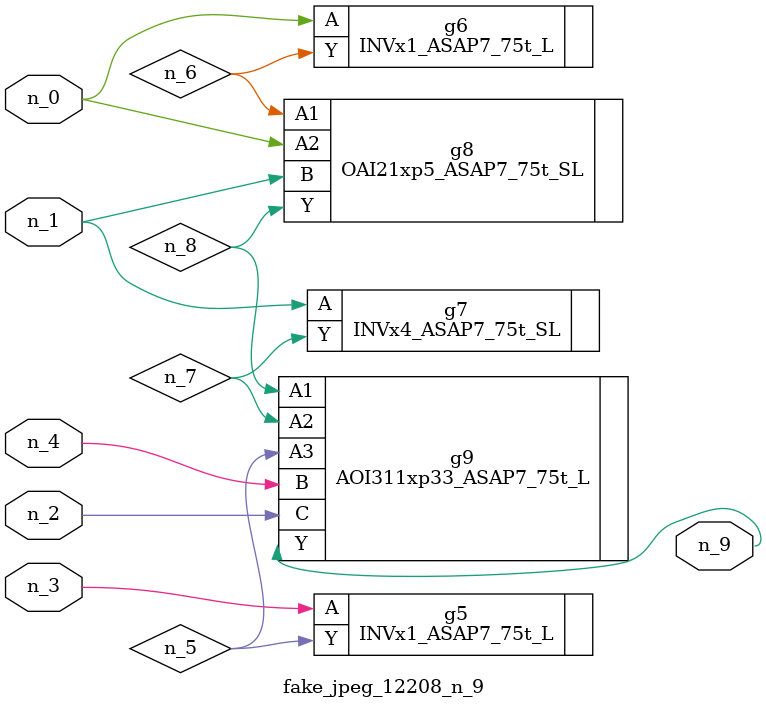
<source format=v>
module fake_jpeg_12208_n_9 (n_3, n_2, n_1, n_0, n_4, n_9);

input n_3;
input n_2;
input n_1;
input n_0;
input n_4;

output n_9;

wire n_8;
wire n_6;
wire n_5;
wire n_7;

INVx1_ASAP7_75t_L g5 ( 
.A(n_3),
.Y(n_5)
);

INVx1_ASAP7_75t_L g6 ( 
.A(n_0),
.Y(n_6)
);

INVx4_ASAP7_75t_SL g7 ( 
.A(n_1),
.Y(n_7)
);

OAI21xp5_ASAP7_75t_SL g8 ( 
.A1(n_6),
.A2(n_0),
.B(n_1),
.Y(n_8)
);

AOI311xp33_ASAP7_75t_L g9 ( 
.A1(n_8),
.A2(n_7),
.A3(n_5),
.B(n_4),
.C(n_2),
.Y(n_9)
);


endmodule
</source>
